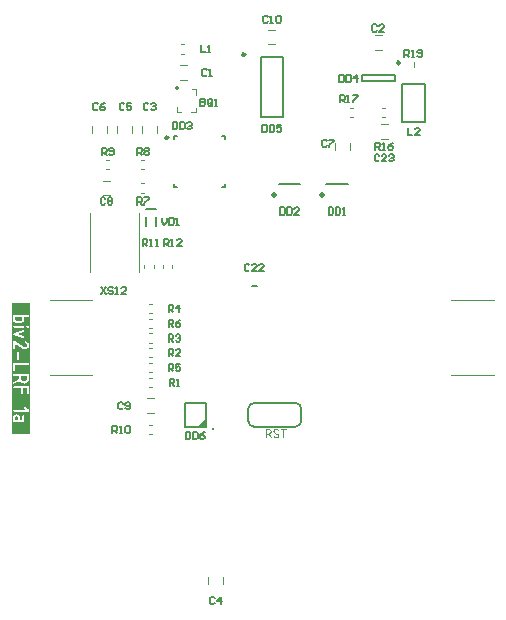
<source format=gto>
G04*
G04 #@! TF.GenerationSoftware,Altium Limited,Altium Designer,20.1.8 (145)*
G04*
G04 Layer_Color=16777215*
%FSTAX43Y43*%
%MOMM*%
G71*
G04*
G04 #@! TF.SameCoordinates,C49A0B41-0C8C-4AB0-A7A6-883BC44C46A5*
G04*
G04*
G04 #@! TF.FilePolarity,Positive*
G04*
G01*
G75*
%ADD10C,0.150*%
%ADD11C,0.250*%
%ADD12C,0.254*%
%ADD13C,0.500*%
%ADD14C,0.300*%
%ADD15C,0.120*%
%ADD16C,0.100*%
%ADD17C,0.200*%
G36*
X00684Y00435D02*
X00677Y00435D01*
X00684Y00442D01*
X00684Y00435D01*
D02*
G37*
G36*
X00656Y0072175D02*
D01*
D02*
G37*
G36*
X0074372Y0043296D02*
X0074386Y0043295D01*
X0074401Y0043293D01*
X0074417Y0043292D01*
X0074451Y0043286D01*
X0074487Y0043279D01*
X0074522Y0043268D01*
X0074537Y0043261D01*
X0074553Y0043253D01*
X0074554Y0043252D01*
X0074557Y004325D01*
X0074562Y0043246D01*
X0074568Y0043241D01*
X0074578Y0043227D01*
X007458Y0043217D01*
X0074582Y0043207D01*
Y0043206D01*
Y0043205D01*
X007458Y0043195D01*
X0074575Y0043184D01*
X0074572Y0043177D01*
X0074566Y0043171D01*
X0074564Y0043168D01*
X0074557Y0043164D01*
X0074546Y0043159D01*
X0074539Y0043157D01*
X007453Y0043156D01*
X0074529D01*
X0074525Y0043157D01*
X0074518Y0043159D01*
X007451Y0043162D01*
X0074508D01*
X0074505Y0043163D01*
X0074501Y0043164D01*
X0074494Y0043167D01*
X0074487Y004317D01*
X0074478Y0043173D01*
X0074456Y004318D01*
X0074429Y0043185D01*
X00744Y0043191D01*
X007437Y0043195D01*
X0074338Y0043196D01*
X0074331D01*
X0074322Y0043195D01*
X0074313Y0043192D01*
X00743Y0043189D01*
X0074289Y0043184D01*
X0074277Y0043175D01*
X0074264Y0043166D01*
X0074263Y0043164D01*
X007426Y004316D01*
X0074254Y0043153D01*
X007425Y0043145D01*
X0074245Y0043134D01*
X0074239Y0043121D01*
X0074236Y0043107D01*
X0074235Y0043092D01*
Y0043091D01*
Y0043089D01*
X0074236Y0043081D01*
X0074238Y004307D01*
X0074242Y0043056D01*
X0074249Y0043041D01*
X0074259Y0043026D01*
X0074272Y0043012D01*
X007429Y0042999D01*
X0074508Y0042887D01*
X007451D01*
X0074514Y0042884D01*
X0074519Y0042881D01*
X0074526Y0042876D01*
X0074535Y004287D01*
X0074544Y0042862D01*
X0074554Y0042852D01*
X0074565Y0042843D01*
X0074576Y004283D01*
X0074586Y0042818D01*
X0074596Y0042802D01*
X0074604Y0042786D01*
X0074611Y0042768D01*
X0074618Y0042748D01*
X0074621Y0042727D01*
X0074622Y0042705D01*
Y0042704D01*
Y0042701D01*
Y0042697D01*
X0074621Y0042691D01*
X0074619Y0042675D01*
X0074615Y0042655D01*
X0074607Y0042633D01*
X0074596Y0042608D01*
X0074582Y0042583D01*
X0074572Y0042571D01*
X0074561Y004256D01*
X0074558Y0042557D01*
X007455Y004255D01*
X0074537Y004254D01*
X0074519Y0042531D01*
X0074499Y0042519D01*
X0074474Y004251D01*
X0074446Y0042503D01*
X0074431Y0042501D01*
X0074415Y00425D01*
X0074401D01*
X007439Y0042501D01*
X0074378Y0042503D01*
X0074363Y0042504D01*
X0074346Y0042507D01*
X0074328Y0042511D01*
X0074286Y0042521D01*
X0074266Y0042528D01*
X0074243Y0042536D01*
X007422Y0042546D01*
X0074198Y0042558D01*
X0074175Y0042571D01*
X0074153Y0042586D01*
X0074152Y0042587D01*
X007415Y0042589D01*
X0074144Y0042597D01*
X0074135Y0042611D01*
X0074134Y0042619D01*
X0074132Y0042628D01*
Y0042629D01*
Y0042632D01*
X0074134Y004264D01*
X0074138Y0042651D01*
X0074146Y0042662D01*
X0074148Y0042664D01*
X0074149Y0042665D01*
X0074156Y0042671D01*
X0074168Y0042675D01*
X0074175Y0042678D01*
X0074185D01*
X0074191Y0042676D01*
X0074199Y0042675D01*
X0074209Y0042671D01*
X007421Y0042669D01*
X0074216Y0042666D01*
X0074224Y0042662D01*
X0074236Y0042655D01*
X0074252Y0042647D01*
X007427Y0042637D01*
X0074292Y0042628D01*
X0074317Y0042615D01*
X0074318D01*
X0074325Y0042612D01*
X0074333Y0042611D01*
X0074346Y0042608D01*
X007436Y0042605D01*
X0074376Y0042604D01*
X0074396Y0042601D01*
X0074422D01*
X0074431Y0042603D01*
X007444Y0042605D01*
X0074451Y0042608D01*
X0074464Y0042614D01*
X0074475Y0042622D01*
X0074487Y0042632D01*
X0074489Y0042633D01*
X0074493Y0042637D01*
X0074497Y0042644D01*
X0074504Y0042653D01*
X007451Y0042664D01*
X0074514Y0042676D01*
X0074518Y004269D01*
X0074519Y0042705D01*
Y0042707D01*
Y0042708D01*
Y0042715D01*
X0074517Y0042726D01*
X0074514Y004274D01*
X0074508Y0042755D01*
X0074501Y004277D01*
X007449Y0042784D01*
X0074475Y0042797D01*
X0074243Y0042909D01*
X0074242Y0042911D01*
X0074239Y0042912D01*
X0074234Y0042915D01*
X0074227Y004292D01*
X0074217Y0042926D01*
X0074209Y0042934D01*
X0074198Y0042942D01*
X0074188Y0042953D01*
X0074178Y0042966D01*
X0074167Y0042978D01*
X0074159Y0042994D01*
X007415Y004301D01*
X0074142Y0043028D01*
X0074137Y0043048D01*
X0074134Y004307D01*
X0074132Y0043092D01*
Y0043094D01*
Y0043096D01*
Y00431D01*
X0074134Y0043106D01*
X0074135Y0043123D01*
X0074139Y0043142D01*
X0074148Y0043164D01*
X0074157Y0043189D01*
X0074173Y0043213D01*
X0074181Y0043225D01*
X0074192Y0043236D01*
X0074193Y0043238D01*
X0074195Y0043239D01*
X0074203Y0043246D01*
X0074216Y0043256D01*
X0074232Y0043267D01*
X0074254Y0043278D01*
X0074278Y0043288D01*
X0074307Y0043295D01*
X0074322Y0043297D01*
X0074361D01*
X0074372Y0043296D01*
D02*
G37*
G36*
X007521D02*
X0075218Y0043295D01*
X0075228Y0043292D01*
X0075236Y0043285D01*
X0075245Y0043277D01*
X007525Y0043264D01*
X0075253Y0043248D01*
Y0043245D01*
X0075252Y0043239D01*
X007525Y0043231D01*
X0075246Y0043223D01*
X007524Y0043213D01*
X0075231Y0043205D01*
X0075218Y0043199D01*
X0075202Y0043196D01*
X007506D01*
Y004255D01*
Y0042547D01*
X0075059Y0042542D01*
X0075057Y0042535D01*
X0075053Y0042525D01*
X0075048Y0042515D01*
X0075038Y0042508D01*
X0075026Y0042503D01*
X0075009Y00425D01*
X0075006D01*
X0075001Y0042501D01*
X0074992Y0042503D01*
X0074984Y0042507D01*
X0074974Y0042512D01*
X0074966Y0042521D01*
X007496Y0042533D01*
X0074958Y004255D01*
Y0043196D01*
X0074812D01*
X0074806Y0043198D01*
X0074799Y0043199D01*
X007479Y0043203D01*
X007478Y0043209D01*
X0074773Y0043218D01*
X0074768Y0043231D01*
X0074765Y0043248D01*
Y004325D01*
X0074766Y0043256D01*
X0074768Y0043263D01*
X0074772Y0043272D01*
X0074777Y0043282D01*
X0074786Y0043289D01*
X0074798Y0043295D01*
X0074815Y0043297D01*
X0075204D01*
X007521Y0043296D01*
D02*
G37*
G36*
X0073761D02*
X007377Y0043295D01*
X007378Y0043293D01*
X0073804Y0043289D01*
X0073831Y0043279D01*
X0073861Y0043267D01*
X0073876Y0043259D01*
X007389Y0043249D01*
X0073904Y0043238D01*
X0073917Y0043225D01*
X0073919Y0043224D01*
X007392Y0043223D01*
X0073924Y0043218D01*
X0073929Y0043213D01*
X0073934Y0043206D01*
X007394Y0043198D01*
X0073953Y0043177D01*
X0073967Y0043152D01*
X0073978Y0043123D01*
X0073987Y0043089D01*
X0073988Y0043071D01*
X007399Y0043053D01*
Y0043052D01*
Y0043046D01*
X0073988Y0043038D01*
X0073987Y0043027D01*
X0073985Y0043013D01*
X0073983Y0042998D01*
X0073977Y0042981D01*
X0073972Y0042963D01*
X0073965Y0042944D01*
X0073955Y0042926D01*
X0073944Y0042906D01*
X007393Y0042888D01*
X0073913Y0042872D01*
X0073895Y0042856D01*
X0073873Y0042843D01*
X0073848Y0042831D01*
X0073983Y0042572D01*
X0073984Y0042571D01*
X0073987Y0042565D01*
X0073988Y0042558D01*
X007399Y004255D01*
Y0042549D01*
Y0042547D01*
X0073988Y0042539D01*
X0073983Y0042528D01*
X0073978Y0042521D01*
X0073973Y0042515D01*
X007397Y0042512D01*
X0073963Y0042508D01*
X0073951Y0042503D01*
X0073944Y0042501D01*
X0073937Y00425D01*
X0073931D01*
X0073926Y0042501D01*
X0073919Y0042504D01*
X0073912Y0042507D01*
X0073904Y0042511D01*
X0073897Y0042518D01*
X007389Y0042528D01*
X007375Y0042809D01*
X0073603D01*
Y004255D01*
Y0042547D01*
X0073601Y0042542D01*
X00736Y0042535D01*
X0073596Y0042525D01*
X007359Y0042515D01*
X007358Y0042508D01*
X0073568Y0042503D01*
X0073551Y00425D01*
X0073549D01*
X0073543Y0042501D01*
X0073535Y0042503D01*
X0073526Y0042507D01*
X0073517Y0042512D01*
X0073508Y0042521D01*
X0073503Y0042533D01*
X00735Y004255D01*
Y0043248D01*
Y004325D01*
X0073501Y0043256D01*
X0073503Y0043263D01*
X0073507Y0043272D01*
X0073512Y0043282D01*
X0073521Y0043289D01*
X0073533Y0043295D01*
X007355Y0043297D01*
X0073754D01*
X0073761Y0043296D01*
D02*
G37*
G36*
X0053531Y004285D02*
X0052D01*
Y0054D01*
X0053531D01*
Y004285D01*
D02*
G37*
%LPC*%
G36*
X0073744Y0043196D02*
X0073603D01*
Y0042911D01*
X0073754D01*
X0073765Y0042913D01*
X0073779Y0042916D01*
X0073795Y004292D01*
X0073812Y0042927D01*
X0073829Y0042937D01*
X0073845Y0042951D01*
X0073847Y0042952D01*
X0073852Y0042958D01*
X0073859Y0042967D01*
X0073866Y004298D01*
X0073874Y0042994D01*
X007388Y0043012D01*
X0073886Y0043031D01*
X0073887Y0043053D01*
Y0043055D01*
Y0043056D01*
Y0043063D01*
X0073884Y0043074D01*
X0073881Y0043088D01*
X0073877Y0043105D01*
X0073869Y0043121D01*
X0073859Y0043138D01*
X0073845Y0043155D01*
X0073844Y0043156D01*
X0073838Y0043162D01*
X0073829Y0043168D01*
X0073818Y0043175D01*
X0073802Y0043184D01*
X0073786Y0043189D01*
X0073766Y0043195D01*
X0073744Y0043196D01*
D02*
G37*
G36*
X0053431Y0052979D02*
X00521D01*
X0052183D01*
X0052156Y0052974D01*
X0052135Y0052965D01*
X0052121Y0052954D01*
X0052112Y0052937D01*
X0052105Y0052921D01*
X0052102Y005291D01*
X00521Y00529D01*
Y0052292D01*
Y0052572D01*
X0052102Y005253D01*
X0052112Y0052491D01*
X0052125Y0052456D01*
X0052139Y0052428D01*
X0052153Y0052405D01*
X0052167Y0052387D01*
X0052176Y0052377D01*
X0052179Y0052373D01*
X0052211Y0052345D01*
X0052243Y0052327D01*
X0052278Y0052313D01*
X0052308Y0052301D01*
X0052336Y0052296D01*
X0052359Y0052294D01*
X0052373Y0052292D01*
X00521D01*
X0053431D01*
X0052764D01*
X0052792Y0052294D01*
X0052817Y0052299D01*
X005284Y0052303D01*
X0052861Y005231D01*
X0052877Y005232D01*
X0052891Y0052324D01*
X0052901Y0052329D01*
X0052903Y0052331D01*
X0052928Y0052347D01*
X0052949Y0052364D01*
X0052968Y0052382D01*
X0052984Y0052403D01*
X0052998Y0052421D01*
X0053007Y0052442D01*
X0053026Y0052482D01*
X0053035Y0052516D01*
X0053037Y0052532D01*
X0053039Y0052544D01*
X0053042Y0052556D01*
Y0052808D01*
X0053347D01*
X0053375Y0052812D01*
X0053396Y0052822D01*
X005341Y0052836D01*
X0053421Y0052849D01*
X0053426Y0052866D01*
X0053428Y005288D01*
X0053431Y0052889D01*
Y0052893D01*
X0053426Y0052921D01*
X0053417Y0052942D01*
X0053405Y0052958D01*
X0053389Y0052967D01*
X0053373Y0052974D01*
X0053361Y0052977D01*
X0053352Y0052979D01*
X0053431D01*
D02*
G37*
G36*
Y0052056D02*
D01*
Y005197D01*
X0053426Y0051998D01*
X0053417Y0052019D01*
X0053405Y0052035D01*
X0053389Y0052044D01*
X0053373Y0052051D01*
X0053361Y0052053D01*
X0053352Y0052056D01*
X0053431D01*
X0052183D01*
D01*
D01*
D01*
X00521D01*
X0052183D01*
X0052156Y0052051D01*
X0052135Y0052042D01*
X0052121Y0052028D01*
X0052112Y0052012D01*
X0052105Y0051998D01*
X0052102Y0051984D01*
X00521Y0051975D01*
Y005197D01*
X0052105Y0051942D01*
X0052114Y0051922D01*
X0052125Y0051905D01*
X0052142Y0051896D01*
X0052158Y0051889D01*
X0052169Y0051887D01*
X0052179Y0051885D01*
X00521D01*
X0053431D01*
Y0052056D01*
D02*
G37*
G36*
X0053042Y0051658D02*
X00521D01*
X0052949D01*
X005294Y0051655D01*
X0052933Y0051653D01*
X0052931D01*
X0052165Y0051401D01*
X0052144Y0051392D01*
X0052128Y0051378D01*
X0052116Y0051364D01*
X0052109Y005135D01*
X0052105Y0051336D01*
X00521Y0051325D01*
Y0050971D01*
Y0051315D01*
X0052102Y0051294D01*
X0052112Y0051276D01*
X0052121Y0051262D01*
X0052135Y0051251D01*
X0052146Y0051241D01*
X0052158Y0051237D01*
X0052165Y0051232D01*
X0052167D01*
X0052933Y0050978D01*
X0052942Y0050973D01*
X0052952Y0050971D01*
X0053042D01*
X0052958D01*
X0052986Y0050975D01*
X0053007Y0050984D01*
X0053021Y0050998D01*
X0053033Y0051015D01*
X0053037Y0051031D01*
X0053039Y0051045D01*
X0053042Y0051054D01*
Y00515D01*
Y0051058D01*
X0053039Y0051079D01*
X0053033Y0051098D01*
X0053023Y0051112D01*
X0053014Y0051123D01*
X0053002Y005113D01*
X0052993Y0051135D01*
X0052986Y0051139D01*
X0052984D01*
X005241Y0051315D01*
X0052984Y0051491D01*
X0053002Y00515D01*
X0053016Y0051512D01*
X0053028Y0051526D01*
X0053035Y005154D01*
X0053039Y0051551D01*
X0053042Y0051563D01*
Y0051586D01*
X0053037Y0051598D01*
X005303Y0051616D01*
X0053021Y005163D01*
X0053019Y0051632D01*
X0053016Y0051635D01*
X0052998Y0051649D01*
X0052979Y0051655D01*
X0052965Y0051658D01*
X0053042D01*
D02*
G37*
G36*
X0053431Y0050735D02*
D01*
Y0050392D01*
X0053428Y0050431D01*
X0053419Y0050466D01*
X0053407Y0050501D01*
X0053391Y0050533D01*
X0053373Y0050563D01*
X0053352Y0050591D01*
X0053329Y0050617D01*
X0053306Y005064D01*
X005328Y005066D01*
X0053259Y0050679D01*
X0053236Y0050693D01*
X0053218Y0050707D01*
X0053201Y0050716D01*
X005319Y0050723D01*
X0053181Y0050728D01*
X0053178Y005073D01*
X0053171Y0050732D01*
X0053162Y0050735D01*
X0053431D01*
X0053153D01*
X0053125Y005073D01*
X0053104Y0050721D01*
X0053088Y0050709D01*
X0053079Y0050693D01*
X0053072Y0050677D01*
X005307Y0050665D01*
X0053067Y0050656D01*
Y0050651D01*
X005307Y0050633D01*
X0053074Y0050619D01*
X0053081Y0050605D01*
X0053088Y0050596D01*
X0053095Y0050586D01*
X0053102Y0050582D01*
X0053107Y0050577D01*
X0053109D01*
X0053137Y0050561D01*
X005316Y0050545D01*
X0053181Y0050526D01*
X0053197Y005051D01*
X0053213Y0050496D01*
X0053225Y005048D01*
X0053243Y0050452D01*
X0053255Y0050427D01*
X0053259Y0050408D01*
X0053262Y0050397D01*
Y0050392D01*
X0053259Y0050367D01*
X0053255Y0050343D01*
X0053245Y0050323D01*
X0053236Y0050304D01*
X0053227Y005029D01*
X0053218Y0050279D01*
X0053213Y0050272D01*
X0053211Y0050269D01*
X005319Y0050253D01*
X0053169Y0050239D01*
X0053151Y005023D01*
X005313Y0050225D01*
X0053114Y0050221D01*
X00531Y0050219D01*
X005309D01*
X0053088D01*
X005307Y0050221D01*
X0053051Y0050223D01*
X0053035Y0050228D01*
X0053021Y0050232D01*
X0053009Y0050239D01*
X0053Y0050244D01*
X0052993Y0050246D01*
X0052991Y0050249D01*
X0052232Y0050723D01*
X0052216Y005073D01*
X00522Y0050732D01*
X005219Y0050735D01*
X0053092D01*
X00521D01*
X0052186D01*
X0052158Y005073D01*
X0052137Y0050721D01*
X0052121Y0050709D01*
X0052112Y0050693D01*
X0052105Y0050677D01*
X0052102Y0050665D01*
X00521Y0050656D01*
Y0050047D01*
Y0050133D01*
X0052105Y0050105D01*
X0052114Y0050084D01*
X0052128Y0050068D01*
X0052144Y0050059D01*
X0052158Y0050052D01*
X0052172Y005005D01*
X0052181Y0050047D01*
X00521D01*
X0052186D01*
X0052213Y0050052D01*
X0052234Y0050061D01*
X0052248Y0050075D01*
X005226Y0050089D01*
X0052264Y0050105D01*
X0052267Y0050119D01*
X0052269Y0050128D01*
Y0050515D01*
X0052882Y0050128D01*
X0052921Y0050101D01*
X0052961Y0050082D01*
X0052995Y0050068D01*
X0053026Y0050057D01*
X0053051Y0050052D01*
X0053072Y005005D01*
X0053083Y0050047D01*
X0052907D01*
X0053114D01*
X0053139Y0050052D01*
X0053185Y0050063D01*
X0053227Y005008D01*
X0053262Y0050098D01*
X0053289Y0050117D01*
X005331Y0050133D01*
X0053324Y0050144D01*
X0053329Y0050147D01*
Y0050149D01*
X0053347Y0050168D01*
X0053363Y0050188D01*
X0053387Y005023D01*
X0053405Y0050269D01*
X0053419Y0050309D01*
X0053426Y0050341D01*
X0053428Y0050369D01*
X0053431Y0050378D01*
Y0050068D01*
Y0050735D01*
D02*
G37*
G36*
X0052591Y0049811D02*
D01*
Y0049728D01*
X0052586Y0049756D01*
X0052577Y0049777D01*
X0052565Y004979D01*
X0052549Y00498D01*
X0052533Y0049807D01*
X0052521Y0049809D01*
X0052512Y0049811D01*
X0052507D01*
X0052479Y0049807D01*
X0052459Y0049797D01*
X0052442Y0049786D01*
X0052433Y004977D01*
X0052426Y0049753D01*
X0052424Y0049742D01*
X0052422Y0049733D01*
Y0049124D01*
Y004921D01*
X0052426Y0049182D01*
X0052436Y0049161D01*
X0052449Y0049145D01*
X0052466Y0049136D01*
X0052479Y0049129D01*
X0052493Y0049126D01*
X0052503Y0049124D01*
X0052422D01*
X0052507D01*
X0052535Y0049129D01*
X0052556Y0049138D01*
X005257Y0049152D01*
X0052581Y0049166D01*
X0052586Y0049182D01*
X0052588Y0049196D01*
X0052591Y0049205D01*
Y0049138D01*
Y0049811D01*
D02*
G37*
G36*
X0053431Y0048888D02*
X00521D01*
X0052183D01*
X0052156Y0048883D01*
X0052135Y0048874D01*
X0052121Y0048863D01*
X0052112Y0048846D01*
X0052105Y004883D01*
X0052102Y0048819D01*
X00521Y0048809D01*
Y0048201D01*
Y0048286D01*
X0052105Y0048259D01*
X0052114Y0048238D01*
X0052128Y0048222D01*
X0052144Y0048212D01*
X0052158Y0048205D01*
X0052172Y0048203D01*
X0052181Y0048201D01*
X00521D01*
X0052186D01*
X0052213Y0048205D01*
X0052234Y0048215D01*
X0052248Y0048229D01*
X005226Y0048242D01*
X0052264Y0048259D01*
X0052267Y0048272D01*
X0052269Y0048282D01*
Y0048717D01*
X0053347D01*
X0053375Y0048721D01*
X0053396Y0048731D01*
X005341Y0048745D01*
X0053421Y0048758D01*
X0053426Y0048775D01*
X0053428Y0048789D01*
X0053431Y0048798D01*
Y0048802D01*
X0053426Y004883D01*
X0053417Y0048851D01*
X0053405Y0048867D01*
X0053389Y0048876D01*
X0053373Y0048883D01*
X0053361Y0048886D01*
X0053352Y0048888D01*
X0053431D01*
D02*
G37*
G36*
Y0047965D02*
D01*
Y0047881D01*
X0053426Y0047909D01*
X0053417Y004793D01*
X0053405Y0047944D01*
X0053389Y0047953D01*
X0053373Y004796D01*
X0053361Y0047962D01*
X0053352Y0047965D01*
X0053431D01*
X0052183D01*
D01*
X00521D01*
X0052183D01*
X0052156Y004796D01*
X0052135Y0047951D01*
X0052121Y0047937D01*
X0052112Y0047921D01*
X0052105Y0047907D01*
X0052102Y0047893D01*
X00521Y0047884D01*
Y0047879D01*
X0052105Y0047851D01*
X0052114Y0047831D01*
X0052125Y0047814D01*
X0052142Y0047805D01*
X0052158Y0047798D01*
X0052169Y0047796D01*
X0052179Y0047794D01*
X0052183D01*
X0052616D01*
Y0047548D01*
X0052146Y0047315D01*
X005213Y0047303D01*
X0052119Y0047291D01*
X0052112Y0047278D01*
X0052107Y0047266D01*
X0052102Y0047254D01*
X00521Y0047245D01*
Y0047148D01*
Y0047236D01*
X0052102Y0047224D01*
X0052105Y0047213D01*
X0052114Y0047192D01*
X0052121Y004718D01*
X0052125Y0047176D01*
X0052135Y0047166D01*
X0052146Y0047159D01*
X0052165Y004715D01*
X0052179Y0047148D01*
X00521D01*
X0052183D01*
X0052197Y004715D01*
X0052209Y0047153D01*
X0052218Y0047157D01*
X005222Y0047159D01*
X0052653Y0047384D01*
X0052672Y0047342D01*
X0052695Y0047305D01*
X005272Y0047275D01*
X0052748Y0047247D01*
X0052778Y0047224D01*
X005281Y0047206D01*
X005284Y004719D01*
X0052873Y0047178D01*
X0052903Y0047169D01*
X0052931Y0047159D01*
X0052956Y0047155D01*
X0052979Y0047153D01*
X0052998Y004715D01*
X0053012Y0047148D01*
X0053023D01*
X0053053Y004715D01*
X0053083Y0047153D01*
X0053139Y0047166D01*
X0053188Y0047185D01*
X0053229Y0047208D01*
X0053264Y0047231D01*
X0053278Y004724D01*
X0053289Y004725D01*
X0053299Y0047257D01*
X0053306Y0047264D01*
X0053308Y0047266D01*
X005331Y0047268D01*
X0053331Y0047291D01*
X005335Y0047315D01*
X0053366Y0047338D01*
X005338Y0047363D01*
X00534Y0047412D01*
X0053417Y0047458D01*
X0053424Y0047497D01*
X0053426Y0047514D01*
X0053428Y004753D01*
X0053431Y0047541D01*
Y0047321D01*
Y0047965D01*
D02*
G37*
G36*
X0053012Y0047148D02*
X0052221D01*
X0053012D01*
D01*
D02*
G37*
G36*
X0053431Y004691D02*
D01*
Y0046826D01*
X0053426Y0046854D01*
X0053417Y0046875D01*
X0053405Y0046889D01*
X0053389Y0046898D01*
X0053373Y0046905D01*
X0053361Y0046907D01*
X0053352Y004691D01*
X0053431D01*
X0052183D01*
D01*
X00521D01*
X0052183D01*
X0052156Y0046905D01*
X0052135Y0046896D01*
X0052121Y0046882D01*
X0052112Y0046866D01*
X0052105Y0046852D01*
X0052102Y0046838D01*
X00521Y0046829D01*
Y0046824D01*
X0052105Y0046796D01*
X0052114Y0046775D01*
X0052125Y0046759D01*
X0052142Y004675D01*
X0052158Y0046743D01*
X0052169Y0046741D01*
X0052179Y0046738D01*
X0052183D01*
X0052746D01*
Y0046308D01*
X005275Y004628D01*
X0052759Y0046259D01*
X0052773Y0046243D01*
X005279Y0046234D01*
X0052803Y0046227D01*
X0052817Y0046225D01*
X0052827Y0046222D01*
X0052969D01*
X0052831D01*
X0052859Y0046227D01*
X005288Y0046236D01*
X0052894Y004625D01*
X0052905Y0046264D01*
X005291Y004628D01*
X0052912Y0046294D01*
X0052915Y0046303D01*
Y0046738D01*
X0053262D01*
Y0046308D01*
X0053266Y004628D01*
X0053275Y0046259D01*
X0053289Y0046243D01*
X0053306Y0046234D01*
X0053319Y0046227D01*
X0053333Y0046225D01*
X0053343Y0046222D01*
X0053347D01*
D01*
X0053431D01*
Y0046236D01*
Y0046222D01*
X0053347D01*
X0053375Y0046227D01*
X0053396Y0046236D01*
X005341Y004625D01*
X0053421Y0046264D01*
X0053426Y004628D01*
X0053428Y0046294D01*
X0053431Y0046303D01*
Y0046236D01*
Y004691D01*
D02*
G37*
G36*
Y0045195D02*
D01*
Y0044853D01*
X0053428Y0044866D01*
X0053426Y0044878D01*
X0053414Y0044899D01*
X00534Y0044915D01*
X0053398Y0044917D01*
X0053396Y004492D01*
X0053146Y0045172D01*
X0053125Y0045186D01*
X0053107Y0045193D01*
X0053093Y0045195D01*
X0053431D01*
X00521D01*
X0053088D01*
X005306Y004519D01*
X0053039Y0045181D01*
X0053023Y0045167D01*
X0053014Y0045151D01*
X0053007Y0045137D01*
X0053005Y0045123D01*
X0053002Y0045114D01*
Y0045109D01*
X0053007Y0045086D01*
X0053014Y0045068D01*
X0053021Y0045056D01*
X0053026Y0045051D01*
X0053167Y0044938D01*
X0052183D01*
X0052156Y0044933D01*
X0052135Y0044924D01*
X0052121Y004491D01*
X0052112Y0044894D01*
X0052105Y004488D01*
X0052102Y0044866D01*
X00521Y0044857D01*
Y0044853D01*
X0052105Y0044825D01*
X0052114Y0044804D01*
X0052125Y0044788D01*
X0052142Y0044778D01*
X0052158Y0044772D01*
X0052169Y0044769D01*
X0052179Y0044767D01*
X00521D01*
X0053431D01*
Y0045195D01*
D02*
G37*
G36*
X0052389Y0044535D02*
X00521D01*
X0052378D01*
X0052336Y0044533D01*
X0052297Y0044524D01*
X0052262Y004451D01*
X0052234Y0044496D01*
X0052211Y0044482D01*
X0052193Y0044468D01*
X0052183Y0044459D01*
X0052179Y0044457D01*
X0052153Y0044424D01*
X0052132Y0044392D01*
X0052119Y0044357D01*
X0052109Y0044327D01*
X0052105Y0044299D01*
X0052102Y0044276D01*
X00521Y0044262D01*
Y0043848D01*
Y0043934D01*
X0052105Y0043906D01*
X0052114Y0043885D01*
X0052125Y0043869D01*
X0052142Y004386D01*
X0052158Y0043853D01*
X0052169Y0043851D01*
X0052179Y0043848D01*
X00521D01*
X0053042D01*
X0052764D01*
X0052806Y0043851D01*
X0052843Y004386D01*
X0052877Y0043874D01*
X0052905Y0043888D01*
X0052928Y0043904D01*
X0052947Y0043915D01*
X0052956Y0043925D01*
X0052961Y0043929D01*
X0052989Y0043962D01*
X0053007Y0043994D01*
X0053021Y0044029D01*
X0053033Y0044059D01*
X0053037Y0044087D01*
X0053039Y0044107D01*
X0053042Y0044124D01*
Y0044385D01*
X0053037Y0044415D01*
X0053028Y0044436D01*
X0053016Y0044452D01*
X0053Y0044461D01*
X0052984Y0044468D01*
X0052972Y0044471D01*
X0052963Y0044473D01*
X0052958D01*
X0052931Y0044468D01*
X005291Y0044459D01*
X0052894Y0044445D01*
X0052884Y0044429D01*
X0052877Y0044413D01*
X0052875Y0044399D01*
X0052873Y004439D01*
Y0044128D01*
X0052871Y0044112D01*
X0052868Y0044096D01*
X0052857Y0044073D01*
X005285Y0044063D01*
X0052845Y0044056D01*
X0052843Y0044054D01*
X005284Y0044052D01*
X0052829Y004404D01*
X0052815Y0044033D01*
X0052792Y0044024D01*
X005278Y0044022D01*
X0052771Y0044019D01*
X0052766D01*
X0052764D01*
X0052655D01*
Y0044258D01*
X0052653Y0044288D01*
X0052648Y0044316D01*
X0052641Y0044341D01*
X0052635Y0044364D01*
X0052611Y0044406D01*
X0052586Y0044441D01*
X005256Y0044466D01*
X0052537Y0044487D01*
X005253Y0044492D01*
X0052523Y0044496D01*
X0052519Y0044501D01*
X0052517D01*
X0052491Y0044512D01*
X0052468Y0044522D01*
X0052445Y0044526D01*
X0052424Y0044531D01*
X0052405Y0044533D01*
X0052389Y0044535D01*
D02*
G37*
%LPD*%
G36*
X0052873Y0052572D02*
X0052871Y0052556D01*
X0052868Y0052539D01*
X0052857Y0052516D01*
X005285Y0052507D01*
X0052845Y00525D01*
X0052843Y0052498D01*
X005284Y0052495D01*
X0052829Y0052484D01*
X0052815Y0052477D01*
X0052792Y0052468D01*
X005278Y0052465D01*
X0052771Y0052463D01*
X0052766D01*
X0052764D01*
X0052378D01*
X0052361Y0052465D01*
X0052345Y0052468D01*
X0052322Y0052479D01*
X0052313Y0052486D01*
X0052306Y0052491D01*
X0052301Y0052493D01*
X0052299Y0052495D01*
X005229Y0052507D01*
X0052283Y0052521D01*
X0052274Y0052546D01*
X0052271Y0052556D01*
X0052269Y0052565D01*
Y0052808D01*
X0052873D01*
Y0052572D01*
D02*
G37*
G36*
X0053431Y0051885D02*
X0053347D01*
X0053375Y0051889D01*
X0053396Y0051898D01*
X005341Y0051912D01*
X0053421Y0051926D01*
X0053426Y0051942D01*
X0053428Y0051956D01*
X0053431Y0051966D01*
Y0051885D01*
D02*
G37*
G36*
X0053255Y0052051D02*
X0053234Y0052042D01*
X0053218Y0052028D01*
X0053208Y0052012D01*
X0053201Y0051998D01*
X0053199Y0051984D01*
X0053197Y0051975D01*
Y005197D01*
X0053201Y0051942D01*
X0053211Y0051922D01*
X0053225Y0051905D01*
X0053241Y0051896D01*
X0053255Y0051889D01*
X0053269Y0051887D01*
X0053278Y0051885D01*
X0052958D01*
X0052986Y0051889D01*
X0053007Y0051898D01*
X0053021Y0051912D01*
X0053033Y0051926D01*
X0053037Y0051942D01*
X0053039Y0051956D01*
X0053042Y0051966D01*
Y005197D01*
X0053037Y0051998D01*
X0053028Y0052019D01*
X0053016Y0052035D01*
X0053Y0052044D01*
X0052984Y0052051D01*
X0052972Y0052053D01*
X0052963Y0052056D01*
X0053282D01*
X0053255Y0052051D01*
D02*
G37*
G36*
X0053262Y0047557D02*
X0053259Y004752D01*
X005325Y0047488D01*
X0053241Y004746D01*
X0053227Y0047435D01*
X0053215Y0047416D01*
X0053204Y00474D01*
X0053194Y0047391D01*
X0053192Y0047389D01*
X0053164Y0047365D01*
X0053137Y0047349D01*
X0053109Y0047335D01*
X0053081Y0047328D01*
X0053058Y0047324D01*
X0053039Y0047319D01*
X0053028D01*
X0053026D01*
X0053023D01*
X0052986Y0047321D01*
X0052954Y0047331D01*
X0052924Y004734D01*
X0052901Y0047354D01*
X005288Y0047365D01*
X0052864Y0047377D01*
X0052854Y0047386D01*
X0052852Y0047389D01*
X0052829Y0047416D01*
X0052813Y0047444D01*
X0052801Y0047472D01*
X0052794Y00475D01*
X005279Y0047523D01*
X0052785Y0047541D01*
Y0047794D01*
X0053262D01*
Y0047557D01*
D02*
G37*
G36*
X0053431Y0044767D02*
X0053347D01*
X0053375Y0044772D01*
X0053396Y0044781D01*
X005341Y0044795D01*
X0053421Y0044809D01*
X0053426Y0044825D01*
X0053428Y0044839D01*
X0053431Y0044848D01*
Y0044767D01*
D02*
G37*
G36*
X0052394Y0044364D02*
X0052408Y0044362D01*
X0052433Y004435D01*
X0052442Y0044343D01*
X0052449Y0044339D01*
X0052452Y0044336D01*
X0052454Y0044334D01*
X0052466Y0044323D01*
X0052473Y0044309D01*
X0052482Y0044283D01*
X0052484Y0044274D01*
X0052486Y0044265D01*
Y0044019D01*
X0052269D01*
Y0044258D01*
X0052271Y0044274D01*
X0052274Y0044288D01*
X0052285Y0044313D01*
X005229Y0044323D01*
X0052294Y0044327D01*
X0052297Y0044332D01*
X0052299Y0044334D01*
X0052313Y0044346D01*
X0052324Y0044353D01*
X005235Y0044362D01*
X0052361Y0044364D01*
X0052371Y0044367D01*
X0052375D01*
X0052378D01*
X0052394Y0044364D01*
D02*
G37*
D10*
X00765Y0045006D02*
G03*
X0076Y0045506I-00005J0D01*
G01*
Y0043506D02*
G03*
X00765Y0044006I0J00005D01*
G01*
X0072Y0043994D02*
G03*
X00725Y0043494I00005J0D01*
G01*
Y0045506D02*
G03*
X0072Y0045006I0J-00005D01*
G01*
X00725Y0043494D02*
X0075989D01*
X00725Y0045506D02*
X0076D01*
X00765Y0044006D02*
Y0045006D01*
X0072Y0043994D02*
Y0045006D01*
X0085Y00715D02*
Y00725D01*
X0087D01*
Y006925D02*
Y00725D01*
X0085Y006925D02*
X0087D01*
X0085D02*
Y00715D01*
X0063325Y00605D02*
Y006125D01*
X0064175Y0060525D02*
Y0061275D01*
X006335Y006195D02*
X0064175D01*
X0085225Y0074802D02*
Y0075402D01*
X0085525D01*
X0085625Y0075302D01*
Y0075102D01*
X0085525Y0075002D01*
X0085225D01*
X0085425D02*
X0085625Y0074802D01*
X0085825D02*
X0086025D01*
X0085925D01*
Y0075402D01*
X0085825Y0075302D01*
X0086325Y0074902D02*
X0086425Y0074802D01*
X0086625D01*
X0086725Y0074902D01*
Y0075302D01*
X0086625Y0075402D01*
X0086425D01*
X0086325Y0075302D01*
Y0075202D01*
X0086425Y0075102D01*
X0086725D01*
X007975Y007095D02*
Y007155D01*
X008005D01*
X008015Y007145D01*
Y007125D01*
X008005Y007115D01*
X007975D01*
X007995D02*
X008015Y007095D01*
X008035D02*
X008055D01*
X008045D01*
Y007155D01*
X008035Y007145D01*
X008085Y007155D02*
X008125D01*
Y007145D01*
X008085Y007105D01*
Y007095D01*
X008275Y006695D02*
Y006755D01*
X008305D01*
X008315Y006745D01*
Y006725D01*
X008305Y006715D01*
X008275D01*
X008295D02*
X008315Y006695D01*
X008335D02*
X008355D01*
X008345D01*
Y006755D01*
X008335Y006745D01*
X008425Y006755D02*
X008405Y006745D01*
X008385Y006725D01*
Y006705D01*
X008395Y006695D01*
X008415D01*
X008425Y006705D01*
Y006715D01*
X008415Y006725D01*
X008385D01*
X00831Y006645D02*
X0083Y006655D01*
X00828D01*
X00827Y006645D01*
Y006605D01*
X00828Y006595D01*
X0083D01*
X00831Y006605D01*
X00837Y006595D02*
X00833D01*
X00837Y006635D01*
Y006645D01*
X00836Y006655D01*
X00834D01*
X00833Y006645D01*
X00839D02*
X0084Y006655D01*
X00842D01*
X00843Y006645D01*
Y006635D01*
X00842Y006625D01*
X00841D01*
X00842D01*
X00843Y006615D01*
Y006605D01*
X00842Y006595D01*
X0084D01*
X00839Y006605D01*
X005955Y00553D02*
X005995Y00547D01*
Y00553D02*
X005955Y00547D01*
X006055Y00552D02*
X006045Y00553D01*
X006025D01*
X006015Y00552D01*
Y00551D01*
X006025Y0055D01*
X006045D01*
X006055Y00549D01*
Y00548D01*
X006045Y00547D01*
X006025D01*
X006015Y00548D01*
X006075Y00547D02*
X006095D01*
X006085D01*
Y00553D01*
X006075Y00552D01*
X006165Y00547D02*
X006125D01*
X006165Y00551D01*
Y00552D01*
X006155Y00553D01*
X006135D01*
X006125Y00552D01*
X00647Y00612D02*
Y00608D01*
X00649Y00606D01*
X00651Y00608D01*
Y00612D01*
X00653D02*
Y00606D01*
X00656D01*
X00657Y00607D01*
Y00611D01*
X00656Y00612D01*
X00653D01*
X00659Y00606D02*
X00661D01*
X0066D01*
Y00612D01*
X00659Y00611D01*
X006485Y00588D02*
Y00594D01*
X006515D01*
X006525Y00593D01*
Y00591D01*
X006515Y0059D01*
X006485D01*
X006505D02*
X006525Y00588D01*
X006545D02*
X006565D01*
X006555D01*
Y00594D01*
X006545Y00593D01*
X006635Y00588D02*
X006595D01*
X006635Y00592D01*
Y00593D01*
X006625Y00594D01*
X006605D01*
X006595Y00593D01*
X006305Y00588D02*
Y00594D01*
X006335D01*
X006345Y00593D01*
Y00591D01*
X006335Y0059D01*
X006305D01*
X006325D02*
X006345Y00588D01*
X006365D02*
X006385D01*
X006375D01*
Y00594D01*
X006365Y00593D01*
X006415Y00588D02*
X006435D01*
X006425D01*
Y00594D01*
X006415Y00593D01*
X00605Y004295D02*
Y004355D01*
X00608D01*
X00609Y004345D01*
Y004325D01*
X00608Y004315D01*
X00605D01*
X00607D02*
X00609Y004295D01*
X00611D02*
X00613D01*
X00612D01*
Y004355D01*
X00611Y004345D01*
X00616D02*
X00617Y004355D01*
X00619D01*
X0062Y004345D01*
Y004305D01*
X00619Y004295D01*
X00617D01*
X00616Y004305D01*
Y004345D01*
X00596Y00665D02*
Y00671D01*
X00599D01*
X006Y0067D01*
Y00668D01*
X00599Y00667D01*
X00596D01*
X00598D02*
X006Y00665D01*
X00602Y00666D02*
X00603Y00665D01*
X00605D01*
X00606Y00666D01*
Y0067D01*
X00605Y00671D01*
X00603D01*
X00602Y0067D01*
Y00669D01*
X00603Y00668D01*
X00606D01*
X00626Y00665D02*
Y00671D01*
X00629D01*
X0063Y0067D01*
Y00668D01*
X00629Y00667D01*
X00626D01*
X00628D02*
X0063Y00665D01*
X00632Y0067D02*
X00633Y00671D01*
X00635D01*
X00636Y0067D01*
Y00669D01*
X00635Y00668D01*
X00636Y00667D01*
Y00666D01*
X00635Y00665D01*
X00633D01*
X00632Y00666D01*
Y00667D01*
X00633Y00668D01*
X00632Y00669D01*
Y0067D01*
X00633Y00668D02*
X00635D01*
X00626Y00623D02*
Y00629D01*
X00629D01*
X0063Y00628D01*
Y00626D01*
X00629Y00625D01*
X00626D01*
X00628D02*
X0063Y00623D01*
X00632Y00629D02*
X00636D01*
Y00628D01*
X00632Y00624D01*
Y00623D01*
X006525Y005195D02*
Y005255D01*
X006555D01*
X006565Y005245D01*
Y005225D01*
X006555Y005215D01*
X006525D01*
X006545D02*
X006565Y005195D01*
X006625Y005255D02*
X006605Y005245D01*
X006585Y005225D01*
Y005205D01*
X006595Y005195D01*
X006615D01*
X006625Y005205D01*
Y005215D01*
X006615Y005225D01*
X006585D01*
X006525Y00482D02*
Y00488D01*
X006555D01*
X006565Y00487D01*
Y00485D01*
X006555Y00484D01*
X006525D01*
X006545D02*
X006565Y00482D01*
X006625Y00488D02*
X006585D01*
Y00485D01*
X006605Y00486D01*
X006615D01*
X006625Y00485D01*
Y00483D01*
X006615Y00482D01*
X006595D01*
X006585Y00483D01*
X006525Y00532D02*
Y00538D01*
X006555D01*
X006565Y00537D01*
Y00535D01*
X006555Y00534D01*
X006525D01*
X006545D02*
X006565Y00532D01*
X006615D02*
Y00538D01*
X006585Y00535D01*
X006625D01*
X006525Y00507D02*
Y00513D01*
X006555D01*
X006565Y00512D01*
Y0051D01*
X006555Y00509D01*
X006525D01*
X006545D02*
X006565Y00507D01*
X006585Y00512D02*
X006595Y00513D01*
X006615D01*
X006625Y00512D01*
Y00511D01*
X006615Y0051D01*
X006605D01*
X006615D01*
X006625Y00509D01*
Y00508D01*
X006615Y00507D01*
X006595D01*
X006585Y00508D01*
X006525Y004945D02*
Y005005D01*
X006555D01*
X006565Y004995D01*
Y004975D01*
X006555Y004965D01*
X006525D01*
X006545D02*
X006565Y004945D01*
X006625D02*
X006585D01*
X006625Y004985D01*
Y004995D01*
X006615Y005005D01*
X006595D01*
X006585Y004995D01*
X006535Y004695D02*
Y004755D01*
X006565D01*
X006575Y004745D01*
Y004725D01*
X006565Y004715D01*
X006535D01*
X006555D02*
X006575Y004695D01*
X006595D02*
X006615D01*
X006605D01*
Y004755D01*
X006595Y004745D01*
X00855Y00688D02*
Y00682D01*
X00859D01*
X00865D02*
X00861D01*
X00865Y00686D01*
Y00687D01*
X00864Y00688D01*
X00862D01*
X00861Y00687D01*
X0068Y0075775D02*
Y0075175D01*
X00684D01*
X00686D02*
X00688D01*
X00687D01*
Y0075775D01*
X00686Y0075675D01*
X00667Y004305D02*
Y004245D01*
X0067D01*
X00671Y004255D01*
Y004295D01*
X0067Y004305D01*
X00667D01*
X00673D02*
Y004245D01*
X00676D01*
X00677Y004255D01*
Y004295D01*
X00676Y004305D01*
X00673D01*
X00683D02*
X00681Y004295D01*
X00679Y004275D01*
Y004255D01*
X0068Y004245D01*
X00682D01*
X00683Y004255D01*
Y004265D01*
X00682Y004275D01*
X00679D01*
X00732Y0069045D02*
Y0068445D01*
X00735D01*
X00736Y0068545D01*
Y0068945D01*
X00735Y0069045D01*
X00732D01*
X00738D02*
Y0068445D01*
X00741D01*
X00742Y0068545D01*
Y0068945D01*
X00741Y0069045D01*
X00738D01*
X00748D02*
X00744D01*
Y0068745D01*
X00746Y0068845D01*
X00747D01*
X00748Y0068745D01*
Y0068545D01*
X00747Y0068445D01*
X00745D01*
X00744Y0068545D01*
X00797Y00733D02*
Y00727D01*
X008D01*
X00801Y00728D01*
Y00732D01*
X008Y00733D01*
X00797D01*
X00803D02*
Y00727D01*
X00806D01*
X00807Y00728D01*
Y00732D01*
X00806Y00733D01*
X00803D01*
X00812Y00727D02*
Y00733D01*
X00809Y0073D01*
X00813D01*
X00656Y0069275D02*
Y0068675D01*
X00659D01*
X0066Y0068775D01*
Y0069175D01*
X00659Y0069275D01*
X00656D01*
X00662D02*
Y0068675D01*
X00665D01*
X00666Y0068775D01*
Y0069175D01*
X00665Y0069275D01*
X00662D01*
X00668Y0069175D02*
X00669Y0069275D01*
X00671D01*
X00672Y0069175D01*
Y0069075D01*
X00671Y0068975D01*
X0067D01*
X00671D01*
X00672Y0068875D01*
Y0068775D01*
X00671Y0068675D01*
X00669D01*
X00668Y0068775D01*
X00747Y006205D02*
Y006145D01*
X0075D01*
X00751Y006155D01*
Y006195D01*
X0075Y006205D01*
X00747D01*
X00753D02*
Y006145D01*
X00756D01*
X00757Y006155D01*
Y006195D01*
X00756Y006205D01*
X00753D01*
X00763Y006145D02*
X00759D01*
X00763Y006185D01*
Y006195D01*
X00762Y006205D01*
X0076D01*
X00759Y006195D01*
X00788Y006205D02*
Y006145D01*
X00791D01*
X00792Y006155D01*
Y006195D01*
X00791Y006205D01*
X00788D01*
X00794D02*
Y006145D01*
X00797D01*
X00798Y006155D01*
Y006195D01*
X00797Y006205D01*
X00794D01*
X008Y006145D02*
X00802D01*
X00801D01*
Y006205D01*
X008Y006195D01*
X007365Y00782D02*
X007355Y00783D01*
X007335D01*
X007325Y00782D01*
Y00778D01*
X007335Y00777D01*
X007355D01*
X007365Y00778D01*
X007385Y00777D02*
X007405D01*
X007395D01*
Y00783D01*
X007385Y00782D01*
X007435D02*
X007445Y00783D01*
X007465D01*
X007475Y00782D01*
Y00778D01*
X007465Y00777D01*
X007445D01*
X007435Y00778D01*
Y00782D01*
X00614Y004545D02*
X00613Y004555D01*
X00611D01*
X0061Y004545D01*
Y004505D01*
X00611Y004495D01*
X00613D01*
X00614Y004505D01*
X00616D02*
X00617Y004495D01*
X00619D01*
X0062Y004505D01*
Y004545D01*
X00619Y004555D01*
X00617D01*
X00616Y004545D01*
Y004535D01*
X00617Y004525D01*
X0062D01*
X00599Y00628D02*
X00598Y00629D01*
X00596D01*
X00595Y00628D01*
Y00624D01*
X00596Y00623D01*
X00598D01*
X00599Y00624D01*
X00601Y00628D02*
X00602Y00629D01*
X00604D01*
X00605Y00628D01*
Y00627D01*
X00604Y00626D01*
X00605Y00625D01*
Y00624D01*
X00604Y00623D01*
X00602D01*
X00601Y00624D01*
Y00625D01*
X00602Y00626D01*
X00601Y00627D01*
Y00628D01*
X00602Y00626D02*
X00604D01*
X007865Y00677D02*
X007855Y00678D01*
X007835D01*
X007825Y00677D01*
Y00673D01*
X007835Y00672D01*
X007855D01*
X007865Y00673D01*
X007885Y00678D02*
X007925D01*
Y00677D01*
X007885Y00673D01*
Y00672D01*
X005925Y0070775D02*
X005915Y0070875D01*
X005895D01*
X005885Y0070775D01*
Y0070375D01*
X005895Y0070275D01*
X005915D01*
X005925Y0070375D01*
X005985Y0070875D02*
X005965Y0070775D01*
X005945Y0070575D01*
Y0070375D01*
X005955Y0070275D01*
X005975D01*
X005985Y0070375D01*
Y0070475D01*
X005975Y0070575D01*
X005945D01*
X00615Y0070775D02*
X00614Y0070875D01*
X00612D01*
X00611Y0070775D01*
Y0070375D01*
X00612Y0070275D01*
X00614D01*
X00615Y0070375D01*
X00621Y0070875D02*
X00617D01*
Y0070575D01*
X00619Y0070675D01*
X0062D01*
X00621Y0070575D01*
Y0070375D01*
X0062Y0070275D01*
X00618D01*
X00617Y0070375D01*
X006915Y002895D02*
X006905Y002905D01*
X006885D01*
X006875Y002895D01*
Y002855D01*
X006885Y002845D01*
X006905D01*
X006915Y002855D01*
X006965Y002845D02*
Y002905D01*
X006935Y002875D01*
X006975D01*
X006355Y0070825D02*
X006345Y0070925D01*
X006325D01*
X006315Y0070825D01*
Y0070425D01*
X006325Y0070325D01*
X006345D01*
X006355Y0070425D01*
X006375Y0070825D02*
X006385Y0070925D01*
X006405D01*
X006415Y0070825D01*
Y0070725D01*
X006405Y0070625D01*
X006395D01*
X006405D01*
X006415Y0070525D01*
Y0070425D01*
X006405Y0070325D01*
X006385D01*
X006375Y0070425D01*
X00829Y007745D02*
X00828Y007755D01*
X00826D01*
X00825Y007745D01*
Y007705D01*
X00826Y007695D01*
X00828D01*
X00829Y007705D01*
X00835Y007695D02*
X00831D01*
X00835Y007735D01*
Y007745D01*
X00834Y007755D01*
X00832D01*
X00831Y007745D01*
X00685Y0073675D02*
X00684Y0073775D01*
X00682D01*
X00681Y0073675D01*
Y0073275D01*
X00682Y0073175D01*
X00684D01*
X00685Y0073275D01*
X00687Y0073175D02*
X00689D01*
X00688D01*
Y0073775D01*
X00687Y0073675D01*
X006795Y0071275D02*
Y0070675D01*
X006825D01*
X006835Y0070775D01*
Y0070875D01*
X006825Y0070975D01*
X006795D01*
X006825D01*
X006835Y0071075D01*
Y0071175D01*
X006825Y0071275D01*
X006795D01*
X006895Y0070775D02*
Y0071175D01*
X006885Y0071275D01*
X006865D01*
X006855Y0071175D01*
Y0070775D01*
X006865Y0070675D01*
X006885D01*
X006875Y0070875D02*
X006895Y0070675D01*
X006885D02*
X006895Y0070775D01*
X006915Y0070675D02*
X006935D01*
X006925D01*
Y0071275D01*
X006915Y0071175D01*
X00721Y00572D02*
X0072Y00573D01*
X00718D01*
X00717Y00572D01*
Y00568D01*
X00718Y00567D01*
X0072D01*
X00721Y00568D01*
X00727Y00567D02*
X00723D01*
X00727Y00571D01*
Y00572D01*
X00726Y00573D01*
X00724D01*
X00723Y00572D01*
X00733Y00567D02*
X00729D01*
X00733Y00571D01*
Y00572D01*
X00732Y00573D01*
X0073D01*
X00729Y00572D01*
D11*
X0065225Y0067975D02*
G03*
X0065225Y0067975I-0000125J0D01*
G01*
X0071725Y0075005D02*
G03*
X0071725Y0075005I-0000125J0D01*
G01*
X0084825Y00743D02*
G03*
X0084825Y00743I-0000125J0D01*
G01*
D12*
X0066025Y0072175D02*
G03*
X0066025Y0072175I-0000075J0D01*
G01*
D13*
X00782Y00631D02*
D03*
X00742D02*
D03*
D14*
X0069Y00433D02*
D03*
D15*
X0086Y007395D02*
Y007435D01*
D16*
X0083352Y0070485D02*
X0083602D01*
X0083352Y0069685D02*
X0083602D01*
X0080602Y0070485D02*
X0080852D01*
X0080602Y0069685D02*
X0080852D01*
X0083204Y006787D02*
X0083803D01*
X0083202Y0069119D02*
X00838D01*
X0069869Y00302D02*
Y0030798D01*
X006862Y0030197D02*
Y0030796D01*
X00632Y0056925D02*
Y0057175D01*
X0064Y0056925D02*
Y0057175D01*
X0059925Y00653D02*
X0060175D01*
X0059925Y00661D02*
X0060175D01*
X0062925Y00653D02*
X0063175D01*
X0062925Y00661D02*
X0063175D01*
X0062925Y00633D02*
X0063175D01*
X0062925Y00641D02*
X0063175D01*
X005857Y00566D02*
Y006155D01*
X006272Y005655D02*
Y006155D01*
X0065583Y0056925D02*
Y0057175D01*
X0064783Y0056925D02*
Y0057175D01*
X0059702Y0064319D02*
X00603D01*
X0059704Y006307D02*
X0060303D01*
X006302Y0068322D02*
Y0068921D01*
X0064269Y0068325D02*
Y0068923D01*
X0067575Y00716D02*
Y007205D01*
X00672D02*
X0067575D01*
X0067125Y0070125D02*
X0067575D01*
Y00705D01*
X006595Y0070125D02*
Y0070575D01*
Y0070125D02*
X0066325D01*
X0066202Y0074094D02*
X00668D01*
X0066204Y0072845D02*
X0066803D01*
X0066325Y0075075D02*
X0066575D01*
X0066325Y0075875D02*
X0066575D01*
X0073702Y0077119D02*
X00743D01*
X0073704Y007587D02*
X0074303D01*
X0062169Y0068325D02*
Y0068923D01*
X006092Y0068322D02*
Y0068921D01*
X0060019Y0068325D02*
Y0068923D01*
X005877Y0068322D02*
Y0068921D01*
X00552Y00479D02*
X00588D01*
X00552Y00542D02*
X00588D01*
X0063625Y004685D02*
X0063875D01*
X0063625Y004765D02*
X0063875D01*
X0063625Y004285D02*
X0063875D01*
X0063625Y004365D02*
X0063875D01*
X006345Y0044631D02*
X0064048D01*
X0063447Y004588D02*
X0064046D01*
X0082702Y0076619D02*
X00833D01*
X0082704Y007537D02*
X0083303D01*
X0079381Y0066902D02*
Y0067501D01*
X008063Y0066904D02*
Y0067503D01*
X0063625Y00489D02*
X0063875D01*
X0063625Y00481D02*
X0063875D01*
X0063625Y005265D02*
X0063875D01*
X0063625Y005185D02*
X0063875D01*
X0063625Y00539D02*
X0063875D01*
X0063625Y00531D02*
X0063875D01*
X0063625Y00514D02*
X0063875D01*
X0063625Y00506D02*
X0063875D01*
X0063625Y005015D02*
X0063875D01*
X0063625Y004935D02*
X0063875D01*
X00892Y00542D02*
X00928D01*
X00892Y00479D02*
X00928D01*
D17*
X00723Y00554D02*
X00727D01*
X00786Y0064D02*
X00804D01*
X00746D02*
X00764D01*
X006575Y0063825D02*
X0066D01*
X006575D02*
Y0064075D01*
X00698Y0063825D02*
X007005D01*
Y0064075D01*
Y0067875D02*
Y0068125D01*
X00698D02*
X007005D01*
X006575D02*
X0066D01*
X006575Y0067875D02*
Y0068125D01*
X00731Y006975D02*
Y007475D01*
X00749Y006975D02*
Y007475D01*
X00731D02*
X00749D01*
X00731Y006975D02*
X00749D01*
X00666Y00435D02*
X00684D01*
Y00455D01*
X00666Y00435D02*
Y00455D01*
X00684D01*
X00844Y007275D02*
Y007325D01*
X00816Y007275D02*
Y007325D01*
X00844D01*
X00816Y007275D02*
X00844D01*
M02*

</source>
